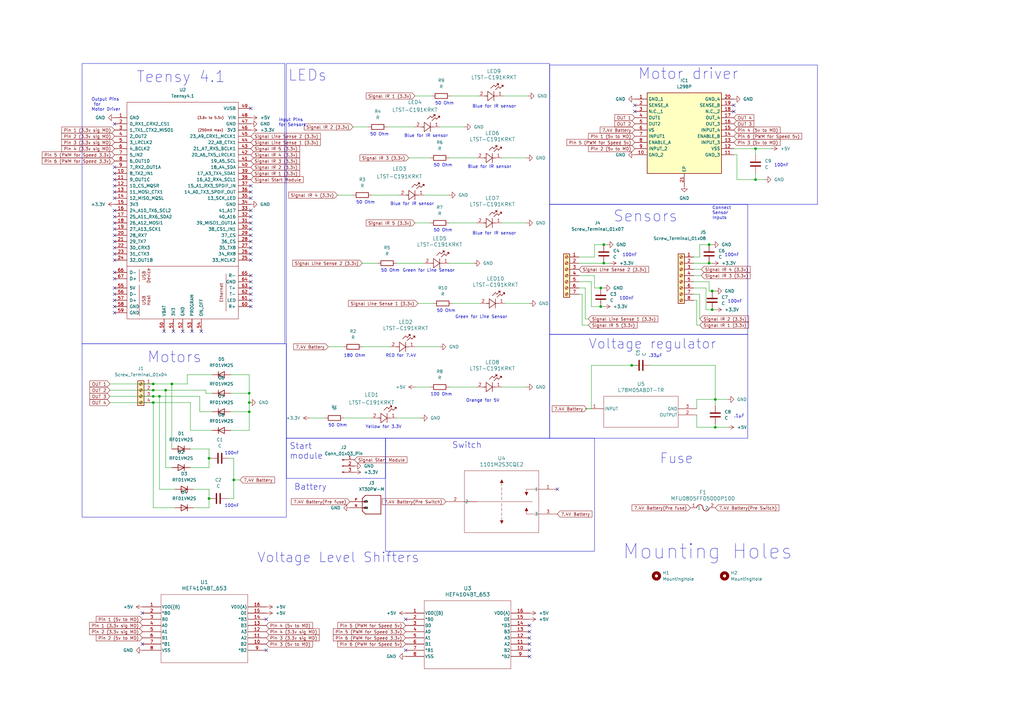
<source format=kicad_sch>
(kicad_sch (version 20230121) (generator eeschema)
  (paper "A3")
  (junction (at 62.865 165.1))
  (junction (at 293.37 163.83))
  (junction (at 102.235 165.1))
  (junction (at 290.83 107.95))
  (junction (at 95.885 196.85))
  (junction (at 247.65 107.95))
  (junction (at 309.88 60.96))
  (junction (at 85.725 204.47))
  (junction (at 102.235 161.29))
  (junction (at 246.38 118.11))
  (junction (at 62.865 162.56))
  (junction (at 65.405 162.56))
  (junction (at 246.38 125.73))
  (junction (at 102.235 168.91))
  (junction (at 293.37 175.26))
  (junction (at 290.83 100.33))
  (junction (at 62.865 157.48))
  (junction (at 309.88 73.66))
  (junction (at 259.08 149.86))
  (junction (at 70.485 157.48))
  (junction (at 247.65 100.33))
  (junction (at 85.725 187.96))
  (junction (at 292.1 119.38))
  (junction (at 62.865 160.02))
  (junction (at 67.945 160.02))
  (junction (at 292.1 127))
  (no_connect (at 102.87 120.65))
  (no_connect (at 102.87 76.2))
  (no_connect (at 46.99 93.98))
  (no_connect (at 102.87 44.45))
  (no_connect (at 46.99 99.06))
  (no_connect (at 102.87 93.98))
  (no_connect (at 228.6 200.66))
  (no_connect (at 46.99 123.19))
  (no_connect (at 102.87 115.57))
  (no_connect (at 102.87 123.19))
  (no_connect (at 71.12 135.89))
  (no_connect (at 46.99 106.68))
  (no_connect (at 102.87 88.9))
  (no_connect (at 46.99 104.14))
  (no_connect (at 46.99 125.73))
  (no_connect (at 102.87 81.28))
  (no_connect (at 102.87 125.73))
  (no_connect (at 46.99 96.52))
  (no_connect (at 166.37 254))
  (no_connect (at 166.37 266.7))
  (no_connect (at 46.99 76.2))
  (no_connect (at 102.87 113.03))
  (no_connect (at 78.74 135.89))
  (no_connect (at 102.87 96.52))
  (no_connect (at 46.99 111.76))
  (no_connect (at 46.99 101.6))
  (no_connect (at 102.87 99.06))
  (no_connect (at 74.93 135.89))
  (no_connect (at 46.99 78.74))
  (no_connect (at 300.99 45.72))
  (no_connect (at 46.99 68.58))
  (no_connect (at 102.87 104.14))
  (no_connect (at 46.99 50.8))
  (no_connect (at 46.99 81.28))
  (no_connect (at 102.87 78.74))
  (no_connect (at 217.17 266.7))
  (no_connect (at 260.35 43.18))
  (no_connect (at 46.99 120.65))
  (no_connect (at 109.22 266.7))
  (no_connect (at 58.42 251.46))
  (no_connect (at 46.99 118.11))
  (no_connect (at 102.87 101.6))
  (no_connect (at 109.22 254))
  (no_connect (at 300.99 43.18))
  (no_connect (at 102.87 91.44))
  (no_connect (at 102.87 106.68))
  (no_connect (at 82.55 135.89))
  (no_connect (at 102.87 86.36))
  (no_connect (at 46.99 88.9))
  (no_connect (at 46.99 86.36))
  (no_connect (at 217.17 256.54))
  (no_connect (at 46.99 73.66))
  (no_connect (at 217.17 264.16))
  (no_connect (at 217.17 269.24))
  (no_connect (at 102.87 118.11))
  (no_connect (at 260.35 45.72))
  (no_connect (at 46.99 91.44))
  (no_connect (at 58.42 264.16))
  (no_connect (at 46.99 128.27))
  (no_connect (at 217.17 261.62))
  (no_connect (at 67.31 135.89))
  (no_connect (at 46.99 71.12))
  (no_connect (at 217.17 259.08))
  (no_connect (at 46.99 114.3))
  (wire (pts (xy 45.085 165.1) (xy 62.865 165.1)))
  (wire (pts (xy 247.65 100.33) (xy 243.84 100.33)))
  (wire (pts (xy 184.15 158.75) (xy 195.58 158.75)))
  (wire (pts (xy 205.74 64.77) (xy 215.9 64.77)))
  (wire (pts (xy 78.105 165.1) (xy 78.105 176.53)))
  (wire (pts (xy 62.865 208.28) (xy 62.865 165.1)))
  (wire (pts (xy 290.83 119.38) (xy 290.83 115.57)))
  (wire (pts (xy 259.08 149.86) (xy 242.57 149.86)))
  (wire (pts (xy 71.755 200.66) (xy 65.405 200.66)))
  (wire (pts (xy 293.37 175.26) (xy 285.75 175.26)))
  (wire (pts (xy 170.18 158.75) (xy 176.53 158.75)))
  (wire (pts (xy 284.48 113.03) (xy 287.655 113.03)))
  (wire (pts (xy 62.865 165.1) (xy 78.105 165.1)))
  (wire (pts (xy 289.56 127) (xy 292.1 127)))
  (wire (pts (xy 162.56 107.95) (xy 173.99 107.95)))
  (wire (pts (xy 302.26 73.66) (xy 302.26 63.5)))
  (wire (pts (xy 76.835 153.67) (xy 86.995 153.67)))
  (wire (pts (xy 287.02 100.33) (xy 290.83 100.33)))
  (wire (pts (xy 313.69 73.66) (xy 309.88 73.66)))
  (wire (pts (xy 287.02 105.41) (xy 284.48 105.41)))
  (wire (pts (xy 158.75 52.07) (xy 170.18 52.07)))
  (wire (pts (xy 84.455 161.29) (xy 86.995 161.29)))
  (wire (pts (xy 285.75 175.26) (xy 285.75 170.18)))
  (wire (pts (xy 247.65 125.73) (xy 246.38 125.73)))
  (wire (pts (xy 62.865 160.02) (xy 67.945 160.02)))
  (wire (pts (xy 246.38 125.73) (xy 242.57 125.73)))
  (wire (pts (xy 266.7 149.86) (xy 293.37 149.86)))
  (wire (pts (xy 171.45 124.46) (xy 177.8 124.46)))
  (wire (pts (xy 167.64 64.77) (xy 176.53 64.77)))
  (wire (pts (xy 242.57 125.73) (xy 242.57 115.57)))
  (wire (pts (xy 94.615 161.29) (xy 102.235 161.29)))
  (wire (pts (xy 285.75 133.35) (xy 287.02 133.35)))
  (wire (pts (xy 289.56 127) (xy 289.56 118.11)))
  (wire (pts (xy 102.235 161.29) (xy 102.235 165.1)))
  (wire (pts (xy 173.99 80.01) (xy 184.15 80.01)))
  (wire (pts (xy 284.48 110.49) (xy 287.655 110.49)))
  (wire (pts (xy 290.83 107.95) (xy 292.1 107.95)))
  (wire (pts (xy 134.62 142.24) (xy 140.97 142.24)))
  (wire (pts (xy 45.085 162.56) (xy 62.865 162.56)))
  (wire (pts (xy 207.01 124.46) (xy 217.17 124.46)))
  (wire (pts (xy 144.78 52.07) (xy 151.13 52.07)))
  (wire (pts (xy 240.03 130.81) (xy 240.03 118.11)))
  (wire (pts (xy 246.38 118.11) (xy 243.84 118.11)))
  (wire (pts (xy 79.375 208.28) (xy 85.725 208.28)))
  (wire (pts (xy 152.4 80.01) (xy 163.83 80.01)))
  (wire (pts (xy 247.65 107.95) (xy 237.49 107.95)))
  (wire (pts (xy 85.725 184.15) (xy 85.725 187.96)))
  (wire (pts (xy 78.105 184.15) (xy 85.725 184.15)))
  (wire (pts (xy 78.105 191.77) (xy 85.725 191.77)))
  (wire (pts (xy 285.75 133.35) (xy 285.75 123.19)))
  (wire (pts (xy 95.885 196.85) (xy 95.885 204.47)))
  (wire (pts (xy 309.88 73.66) (xy 302.26 73.66)))
  (wire (pts (xy 243.84 118.11) (xy 243.84 113.03)))
  (wire (pts (xy 94.615 153.67) (xy 102.235 153.67)))
  (wire (pts (xy 290.83 119.38) (xy 292.1 119.38)))
  (wire (pts (xy 170.18 91.44) (xy 176.53 91.44)))
  (wire (pts (xy 70.485 191.77) (xy 67.945 191.77)))
  (wire (pts (xy 67.945 160.02) (xy 84.455 160.02)))
  (wire (pts (xy 292.1 119.38) (xy 293.37 119.38)))
  (wire (pts (xy 93.345 204.47) (xy 95.885 204.47)))
  (wire (pts (xy 261.62 149.86) (xy 259.08 149.86)))
  (wire (pts (xy 184.15 64.77) (xy 195.58 64.77)))
  (wire (pts (xy 243.84 113.03) (xy 237.49 113.03)))
  (wire (pts (xy 62.865 157.48) (xy 70.485 157.48)))
  (wire (pts (xy 298.45 163.83) (xy 293.37 163.83)))
  (wire (pts (xy 243.84 100.33) (xy 243.84 105.41)))
  (wire (pts (xy 62.865 162.56) (xy 65.405 162.56)))
  (wire (pts (xy 138.43 80.01) (xy 144.78 80.01)))
  (wire (pts (xy 102.235 153.67) (xy 102.235 161.29)))
  (wire (pts (xy 290.83 115.57) (xy 284.48 115.57)))
  (wire (pts (xy 148.59 142.24) (xy 160.02 142.24)))
  (wire (pts (xy 170.18 142.24) (xy 180.34 142.24)))
  (wire (pts (xy 242.57 149.86) (xy 242.57 167.64)))
  (wire (pts (xy 140.97 171.45) (xy 152.4 171.45)))
  (wire (pts (xy 289.56 118.11) (xy 284.48 118.11)))
  (wire (pts (xy 148.59 107.95) (xy 154.94 107.95)))
  (wire (pts (xy 316.23 60.96) (xy 309.88 60.96)))
  (wire (pts (xy 85.725 208.28) (xy 85.725 204.47)))
  (wire (pts (xy 293.37 163.83) (xy 293.37 166.37)))
  (wire (pts (xy 302.26 63.5) (xy 300.99 63.5)))
  (wire (pts (xy 241.3 130.81) (xy 240.03 130.81)))
  (wire (pts (xy 248.92 100.33) (xy 247.65 100.33)))
  (wire (pts (xy 309.88 60.96) (xy 300.99 60.96)))
  (wire (pts (xy 65.405 162.56) (xy 81.915 162.56)))
  (wire (pts (xy 162.56 171.45) (xy 172.72 171.45)))
  (wire (pts (xy 285.75 163.83) (xy 285.75 167.64)))
  (wire (pts (xy 86.36 187.96) (xy 85.725 187.96)))
  (wire (pts (xy 184.785 39.37) (xy 196.215 39.37)))
  (wire (pts (xy 71.755 208.28) (xy 62.865 208.28)))
  (wire (pts (xy 287.02 120.65) (xy 284.48 120.65)))
  (wire (pts (xy 242.57 115.57) (xy 237.49 115.57)))
  (wire (pts (xy 78.105 176.53) (xy 86.995 176.53)))
  (wire (pts (xy 287.02 130.81) (xy 287.02 120.65)))
  (wire (pts (xy 94.615 168.91) (xy 102.235 168.91)))
  (wire (pts (xy 95.885 196.85) (xy 98.425 196.85)))
  (wire (pts (xy 242.57 167.64) (xy 240.03 167.64)))
  (wire (pts (xy 293.37 149.86) (xy 293.37 163.83)))
  (wire (pts (xy 185.42 124.46) (xy 196.85 124.46)))
  (wire (pts (xy 81.915 162.56) (xy 81.915 168.91)))
  (wire (pts (xy 247.65 118.11) (xy 246.38 118.11)))
  (wire (pts (xy 205.74 158.75) (xy 215.9 158.75)))
  (wire (pts (xy 285.75 123.19) (xy 284.48 123.19)))
  (wire (pts (xy 206.375 39.37) (xy 216.535 39.37)))
  (wire (pts (xy 94.615 176.53) (xy 102.235 176.53)))
  (wire (pts (xy 240.03 118.11) (xy 237.49 118.11)))
  (wire (pts (xy 84.455 160.02) (xy 84.455 161.29)))
  (wire (pts (xy 170.18 39.37) (xy 177.165 39.37)))
  (wire (pts (xy 184.15 107.95) (xy 194.31 107.95)))
  (wire (pts (xy 309.88 60.96) (xy 309.88 63.5)))
  (wire (pts (xy 241.3 133.35) (xy 238.76 133.35)))
  (wire (pts (xy 93.98 187.96) (xy 95.885 187.96)))
  (wire (pts (xy 45.085 160.02) (xy 62.865 160.02)))
  (wire (pts (xy 287.02 100.33) (xy 287.02 105.41)))
  (wire (pts (xy 205.74 91.44) (xy 215.9 91.44)))
  (wire (pts (xy 309.88 71.12) (xy 309.88 73.66)))
  (wire (pts (xy 70.485 157.48) (xy 76.835 157.48)))
  (wire (pts (xy 290.83 100.33) (xy 292.1 100.33)))
  (wire (pts (xy 184.15 91.44) (xy 195.58 91.44)))
  (wire (pts (xy 293.37 163.83) (xy 285.75 163.83)))
  (wire (pts (xy 284.48 107.95) (xy 290.83 107.95)))
  (wire (pts (xy 67.945 191.77) (xy 67.945 160.02)))
  (wire (pts (xy 180.34 52.07) (xy 190.5 52.07)))
  (wire (pts (xy 45.085 157.48) (xy 62.865 157.48)))
  (wire (pts (xy 250.19 107.95) (xy 247.65 107.95)))
  (wire (pts (xy 238.76 133.35) (xy 238.76 120.65)))
  (wire (pts (xy 70.485 157.48) (xy 70.485 184.15)))
  (wire (pts (xy 76.835 157.48) (xy 76.835 153.67)))
  (wire (pts (xy 81.915 168.91) (xy 86.995 168.91)))
  (wire (pts (xy 95.885 187.96) (xy 95.885 196.85)))
  (wire (pts (xy 292.1 127) (xy 293.37 127)))
  (wire (pts (xy 238.76 120.65) (xy 237.49 120.65)))
  (wire (pts (xy 102.235 176.53) (xy 102.235 168.91)))
  (wire (pts (xy 298.45 175.26) (xy 293.37 175.26)))
  (wire (pts (xy 127 171.45) (xy 133.35 171.45)))
  (wire (pts (xy 85.725 191.77) (xy 85.725 187.96)))
  (wire (pts (xy 79.375 200.66) (xy 85.725 200.66)))
  (wire (pts (xy 293.37 173.99) (xy 293.37 175.26)))
  (wire (pts (xy 65.405 200.66) (xy 65.405 162.56)))
  (wire (pts (xy 243.84 105.41) (xy 237.49 105.41)))
  (wire (pts (xy 85.725 200.66) (xy 85.725 204.47)))
  (wire (pts (xy 102.235 168.91) (xy 102.235 165.1)))
  (rectangle (start 225.425 26.67) (end 335.28 83.82))
  (rectangle (start 117.475 26.035) (end 225.425 179.705))
  (rectangle (start 225.425 83.82) (end 306.705 137.16))
  (rectangle (start 33.655 140.97) (end 117.475 212.09))
  (rectangle (start 33.655 26.035) (end 116.84 140.97))
  (rectangle (start 117.475 179.705) (end 158.115 196.215))
  (rectangle (start 158.115 179.705) (end 243.84 226.06))
  (rectangle (start 225.425 137.16) (end 306.705 179.705))
  (text "Voltage regulator" (at 241.3 143.51 0) (effects (font (size 4 4)) (justify left bottom)))
  (text "Blue for IR sensor" (at 165.735 56.515 0) (effects (font (size 1.27 1.27)) (justify left bottom)))
  (text "Start\nmodule" (at 118.745 188.595 0) (effects (font (size 2.5 2.5)) (justify left bottom)))
  (text "Mounting Holes" (at 255.27 229.87 0) (effects (font (size 6 6)) (justify left bottom)))
  (text "100nF" (at 92.075 186.69 0) (effects (font (size 1.27 1.27)) (justify left bottom)))
  (text "50 Ohm" (at 177.8 95.25 0) (effects (font (size 1.27 1.27)) (justify left bottom)))
  (text "Blue for IR sensor" (at 160.02 84.455 0) (effects (font (size 1.27 1.27)) (justify left bottom)))
  (text "Connect \nSensor \nInputs" (at 292.1 90.17 0) (effects (font (size 1.27 1.27)) (justify left bottom)))
  (text "100nF" (at 255.27 105.41 0) (effects (font (size 1.27 1.27)) (justify left bottom)))
  (text "Input Pins \nfor Sensors" (at 114.3 52.07 0) (effects (font (size 1.27 1.27)) (justify left bottom)))
  (text "Fuse" (at 270.51 190.5 0) (effects (font (size 4 4)) (justify left bottom)))
  (text "50 Ohm" (at 156.21 111.76 0) (effects (font (size 1.27 1.27)) (justify left bottom)))
  (text "Green for Line Sensor" (at 165.1 111.76 0) (effects (font (size 1.27 1.27)) (justify left bottom)))
  (text "100nF" (at 297.18 105.41 0) (effects (font (size 1.27 1.27)) (justify left bottom)))
  (text "LEDs" (at 118.11 33.655 0) (effects (font (size 4.5 4.5)) (justify left bottom)))
  (text "100 Ohm" (at 176.53 162.56 0) (effects (font (size 1.27 1.27)) (justify left bottom)))
  (text "Yellow for 3.3V" (at 149.86 175.895 0) (effects (font (size 1.27 1.27)) (justify left bottom)))
  (text "Motors" (at 60.325 149.225 0) (effects (font (size 4.5 4.5)) (justify left bottom)))
  (text "Teensy 4.1" (at 55.88 34.29 0) (effects (font (size 4.5 4.5)) (justify left bottom)))
  (text "Motor driver" (at 261.62 33.02 0) (effects (font (size 4.5 4.5)) (justify left bottom)))
  (text "100nF" (at 317.5 68.58 0) (effects (font (size 1.27 1.27)) (justify left bottom)))
  (text "Voltage Level Shifters" (at 105.41 231.14 0) (effects (font (size 4 4)) (justify left bottom)))
  (text "Green for Line Sensor" (at 186.69 130.81 0) (effects (font (size 1.27 1.27)) (justify left bottom)))
  (text "Battery" (at 120.65 201.295 0) (effects (font (size 2.5 2.5)) (justify left bottom)))
  (text "Blue for IR sensor" (at 191.77 69.215 0) (effects (font (size 1.27 1.27)) (justify left bottom)))
  (text ".1µF" (at 300.99 171.45 0) (effects (font (size 1.27 1.27)) (justify left bottom)))
  (text "180 Ohm" (at 140.97 146.685 0) (effects (font (size 1.27 1.27)) (justify left bottom)))
  (text "50 Ohm" (at 134.62 175.26 0) (effects (font (size 1.27 1.27)) (justify left bottom)))
  (text "Output Pins\n for \nMotor Driver" (at 37.465 45.72 0) (effects (font (size 1.27 1.27)) (justify left bottom)))
  (text "100nF" (at 254 123.19 0) (effects (font (size 1.27 1.27)) (justify left bottom)))
  (text "Blue for IR sensor" (at 193.675 96.52 0) (effects (font (size 1.27 1.27)) (justify left bottom)))
  (text "50 Ohm" (at 151.765 55.88 0) (effects (font (size 1.27 1.27)) (justify left bottom)))
  (text "100nF" (at 92.075 208.28 0) (effects (font (size 1.27 1.27)) (justify left bottom)))
  (text "50 Ohm" (at 179.07 128.27 0) (effects (font (size 1.27 1.27)) (justify left bottom)))
  (text "50 Ohm" (at 177.8 68.58 0) (effects (font (size 1.27 1.27)) (justify left bottom)))
  (text "Sensors" (at 251.46 91.44 0) (effects (font (size 4.5 4.5)) (justify left bottom)))
  (text "RED for 7.4V" (at 158.115 146.685 0) (effects (font (size 1.27 1.27)) (justify left bottom)))
  (text "Switch" (at 185.42 184.15 0) (effects (font (size 2.5 2.5)) (justify left bottom)))
  (text "Orange for 5V" (at 191.135 165.1 0) (effects (font (size 1.27 1.27)) (justify left bottom)))
  (text "50 Ohm" (at 146.05 83.82 0) (effects (font (size 1.27 1.27)) (justify left bottom)))
  (text "Blue for IR sensor" (at 193.675 44.45 0) (effects (font (size 1.27 1.27)) (justify left bottom)))
  (text "50 Ohm" (at 178.435 43.18 0) (effects (font (size 1.27 1.27)) (justify left bottom)))
  (text ".33µF" (at 266.065 146.685 0) (effects (font (size 1.27 1.27)) (justify left bottom)))
  (text "100nF" (at 298.45 124.46 0) (effects (font (size 1.27 1.27)) (justify left bottom)))
  (global_label "Signal IR 4 (3.3v)" (shape input) (at 138.43 80.01 180) (property "Intersheetrefs" "${INTERSHEET_REFS}" (effects hide)))
  (global_label "Pin 3 (5v to MD)" (shape input) (at 300.99 58.42 0) (property "Intersheetrefs" "${INTERSHEET_REFS}" (effects hide)))
  (global_label "Signal IR 2 (3.3v)" (shape input) (at 144.78 52.07 180) (property "Intersheetrefs" "${INTERSHEET_REFS}" (effects hide)))
  (global_label "Signal IR 5 (3.3v)" (shape input) (at 241.3 133.35 0) (property "Intersheetrefs" "${INTERSHEET_REFS}" (effects hide)))
  (global_label "OUT 3" (shape input) (at 45.085 162.56 180) (property "Intersheetrefs" "${INTERSHEET_REFS}" (effects hide)))
  (global_label "Signal Line Sense 2 (3.3v)" (shape input) (at 102.87 55.88 0) (property "Intersheetrefs" "${INTERSHEET_REFS}" (effects hide)))
  (global_label "Pin 6 (PWM for Speed 3.3v)" (shape input) (at 166.37 261.62 180) (property "Intersheetrefs" "${INTERSHEET_REFS}" (effects hide)))
  (global_label "Pin 4 (5v to MD)" (shape input) (at 300.99 53.34 0) (property "Intersheetrefs" "${INTERSHEET_REFS}" (effects hide)))
  (global_label "OUT 4" (shape input) (at 45.085 165.1 180) (property "Intersheetrefs" "${INTERSHEET_REFS}" (effects hide)))
  (global_label "7.4V Battery" (shape input) (at 260.35 53.34 180) (property "Intersheetrefs" "${INTERSHEET_REFS}" (effects hide)))
  (global_label "OUT 1" (shape input) (at 260.35 48.26 180) (property "Intersheetrefs" "${INTERSHEET_REFS}" (effects hide)))
  (global_label "Pin 3 (3.3v sig MD)" (shape input) (at 46.99 58.42 180) (property "Intersheetrefs" "${INTERSHEET_REFS}" (effects hide)))
  (global_label "Signal IR 1 (3.3v)" (shape input) (at 102.87 71.12 0) (property "Intersheetrefs" "${INTERSHEET_REFS}" (effects hide)))
  (global_label "7.4V Battery" (shape input) (at 134.62 142.24 180) (property "Intersheetrefs" "${INTERSHEET_REFS}" (effects hide)))
  (global_label "Pin 4 (3.3v sig MD)" (shape input) (at 109.22 259.08 0) (property "Intersheetrefs" "${INTERSHEET_REFS}" (effects hide)))
  (global_label "7.4V Battery(Pre fuse)" (shape input) (at 143.51 205.74 180) (property "Intersheetrefs" "${INTERSHEET_REFS}" (effects hide)))
  (global_label "Signal Start Module" (shape input) (at 145.415 188.595 0) (property "Intersheetrefs" "${INTERSHEET_REFS}" (effects hide)))
  (global_label "7.4V Battery(Pre Switch)" (shape input) (at 182.88 205.74 180) (property "Intersheetrefs" "${INTERSHEET_REFS}" (effects hide)))
  (global_label "Pin 2 (5v to MD)" (shape input) (at 58.42 261.62 180) (property "Intersheetrefs" "${INTERSHEET_REFS}" (effects hide)))
  (global_label "Signal Line Sense 1 (3.3v)" (shape input) (at 171.45 124.46 180) (property "Intersheetrefs" "${INTERSHEET_REFS}" (effects hide)))
  (global_label "7.4V Battery" (shape input) (at 228.6 210.82 0) (property "Intersheetrefs" "${INTERSHEET_REFS}" (effects hide)))
  (global_label "Pin 1 (5v to MD)" (shape input) (at 260.35 55.88 180) (property "Intersheetrefs" "${INTERSHEET_REFS}" (effects hide)))
  (global_label "Pin 4 (5v to MD)" (shape input) (at 109.22 256.54 0) (property "Intersheetrefs" "${INTERSHEET_REFS}" (effects hide)))
  (global_label "Pin 5 (PWM for Speed 3.3v)" (shape input) (at 46.99 63.5 180) (property "Intersheetrefs" "${INTERSHEET_REFS}" (effects hide)))
  (global_label "Signal IR 5 (3.3v)" (shape input) (at 102.87 60.96 0) (property "Intersheetrefs" "${INTERSHEET_REFS}" (effects hide)))
  (global_label "Pin 2 (3.3v sig MD)" (shape input) (at 58.42 259.08 180) (property "Intersheetrefs" "${INTERSHEET_REFS}" (effects hide)))
  (global_label "Pin 2 (3.3v sig MD)" (shape input) (at 46.99 55.88 180) (property "Intersheetrefs" "${INTERSHEET_REFS}" (effects hide)))
  (global_label "Pin 5 (PWM for Speed 5v)" (shape input) (at 166.37 256.54 180) (property "Intersheetrefs" "${INTERSHEET_REFS}" (effects hide)))
  (global_label "Signal Line Sense 2 (3.3v)" (shape input) (at 148.59 107.95 180) (property "Intersheetrefs" "${INTERSHEET_REFS}" (effects hide)))
  (global_label "7.4V Battery" (shape input) (at 240.665 167.64 180) (property "Intersheetrefs" "${INTERSHEET_REFS}" (effects hide)))
  (global_label "7.4V Battery(Pre Switch)" (shape input) (at 293.37 208.28 0) (property "Intersheetrefs" "${INTERSHEET_REFS}" (effects hide)))
  (global_label "Signal IR 5 (3.3v)" (shape input) (at 170.18 91.44 180) (property "Intersheetrefs" "${INTERSHEET_REFS}" (effects hide)))
  (global_label "Pin 3 (5v to MD)" (shape input) (at 109.22 264.16 0) (property "Intersheetrefs" "${INTERSHEET_REFS}" (effects hide)))
  (global_label "Signal Line Sense 1 (3.3v)" (shape input) (at 241.3 130.81 0) (property "Intersheetrefs" "${INTERSHEET_REFS}" (effects hide)))
  (global_label "Signal IR 3 (3.3v)" (shape input) (at 102.87 66.04 0) (property "Intersheetrefs" "${INTERSHEET_REFS}" (effects hide)))
  (global_label "Signal IR 3 (3.3v)" (shape input) (at 287.655 113.03 0) (property "Intersheetrefs" "${INTERSHEET_REFS}" (effects hide)))
  (global_label "Pin 6 (PWM for Speed 5v)" (shape input) (at 300.99 55.88 0) (property "Intersheetrefs" "${INTERSHEET_REFS}" (effects hide)))
  (global_label "7.4V Battery" (shape input) (at 98.425 196.85 0) (property "Intersheetrefs" "${INTERSHEET_REFS}" (effects hide)))
  (global_label "Signal IR 4 (3.3v)" (shape input) (at 102.87 63.5 0) (property "Intersheetrefs" "${INTERSHEET_REFS}" (effects hide)))
  (global_label "OUT 3" (shape input) (at 300.99 50.8 0) (property "Intersheetrefs" "${INTERSHEET_REFS}" (effects hide)))
  (global_label "Signal Line Sense 2 (3.3v)" (shape input) (at 237.49 110.49 0) (property "Intersheetrefs" "${INTERSHEET_REFS}" (effects hide)))
  (global_label "Pin 1 (3.3v sig MD)" (shape input) (at 58.42 256.54 180) (property "Intersheetrefs" "${INTERSHEET_REFS}" (effects hide)))
  (global_label "Pin 6 (PWM for Speed 3.3v)" (shape input) (at 46.99 66.04 180) (property "Intersheetrefs" "${INTERSHEET_REFS}" (effects hide)))
  (global_label "Signal Start Module" (shape input) (at 102.87 73.66 0) (property "Intersheetrefs" "${INTERSHEET_REFS}" (effects hide)))
  (global_label "Signal IR 3 (3.3v)" (shape input) (at 167.64 64.77 180) (property "Intersheetrefs" "${INTERSHEET_REFS}" (effects hide)))
  (global_label "OUT 2" (shape input) (at 260.35 50.8 180) (property "Intersheetrefs" "${INTERSHEET_REFS}" (effects hide)))
  (global_label "Pin 4 (3.3v sig MD)" (shape input) (at 46.99 60.96 180) (property "Intersheetrefs" "${INTERSHEET_REFS}" (effects hide)))
  (global_label "Pin 6 (PWM for Speed 5v)" (shape input) (at 166.37 264.16 180) (property "Intersheetrefs" "${INTERSHEET_REFS}" (effects hide)))
  (global_label "7.4V Battery(Pre fuse)" (shape input) (at 283.21 208.28 180) (property "Intersheetrefs" "${INTERSHEET_REFS}" (effects hide)))
  (global_label "OUT 1" (shape input) (at 45.085 157.48 180) (property "Intersheetrefs" "${INTERSHEET_REFS}" (effects hide)))
  (global_label "Signal Line Sense 1 (3.3v)" (shape input) (at 102.87 58.42 0) (property "Intersheetrefs" "${INTERSHEET_REFS}" (effects hide)))
  (global_label "Signal IR 2 (3.3v)" (shape input) (at 287.02 130.81 0) (property "Intersheetrefs" "${INTERSHEET_REFS}" (effects hide)))
  (global_label "Signal IR 1 (3.3v)" (shape input) (at 287.02 133.35 0) (property "Intersheetrefs" "${INTERSHEET_REFS}" (effects hide)))
  (global_label "Pin 1 (5v to MD)" (shape input) (at 58.42 254 180) (property "Intersheetrefs" "${INTERSHEET_REFS}" (effects hide)))
  (global_label "Pin 5 (PWM for Speed 5v)" (shape input) (at 260.35 58.42 180) (property "Intersheetrefs" "${INTERSHEET_REFS}" (effects hide)))
  (global_label "OUT 4" (shape input) (at 300.99 48.26 0) (property "Intersheetrefs" "${INTERSHEET_REFS}" (effects hide)))
  (global_label "Signal IR 4 (3.3v)" (shape input) (at 287.655 110.49 0) (property "Intersheetrefs" "${INTERSHEET_REFS}" (effects hide)))
  (global_label "Pin 1 (3.3v sig MD)" (shape input) (at 46.99 53.34 180) (property "Intersheetrefs" "${INTERSHEET_REFS}" (effects hide)))
  (global_label "Pin 2 (5v to MD)" (shape input) (at 260.35 60.96 180) (property "Intersheetrefs" "${INTERSHEET_REFS}" (effects hide)))
  (global_label "Pin 3 (3.3v sig MD)" (shape input) (at 109.22 261.62 0) (property "Intersheetrefs" "${INTERSHEET_REFS}" (effects hide)))
  (global_label "Pin 5 (PWM for Speed 3.3v)" (shape input) (at 166.37 259.08 180) (property "Intersheetrefs" "${INTERSHEET_REFS}" (effects hide)))
  (global_label "Signal IR 1 (3.3v)" (shape input) (at 170.18 39.37 180) (property "Intersheetrefs" "${INTERSHEET_REFS}" (effects hide)))
  (global_label "OUT 2" (shape input) (at 45.085 160.02 180) (property "Intersheetrefs" "${INTERSHEET_REFS}" (effects hide)))
  (global_label "Signal IR 2 (3.3v)" (shape input) (at 102.87 68.58 0) (property "Intersheetrefs" "${INTERSHEET_REFS}" (effects hide)))
  (symbol (lib_id "power:+3.3V") (at 145.415 193.675 270) (unit 1)
    (property "Reference" "#PWR011" (effects hide))
    (property "Value" "+3.3V" (at 149.225 193.675 90) (effects (justify left)))
  )
  (symbol (lib_id "LED--:LTST-C191KRKT") (at 195.58 158.75 0) (unit 1)
    (property "Reference" "LED8" (at 201.93 148.59 0) (effects (font (size 1.524 1.524))))
    (property "Value" "LTST-C191KRKT" (at 201.93 151.13 0) (effects (font (size 1.524 1.524))))
    (property "Footprint" "Wasabi(Footprints):LED_LTST-C191KRKT_LTO(footprint)" (effects hide))
    (property "Datasheet" "LTST-C191KRKT" (effects hide))
  )
  (symbol (lib_id "power:+3.3V") (at 292.1 107.95 270) (unit 1)
    (property "Reference" "#PWR034" (effects hide))
    (property "Value" "+3.3V" (at 295.91 107.95 90) (effects (justify left)))
  )
  (symbol (lib_id "Device:C") (at 290.83 104.14 0) (unit 1)
    (property "Reference" "C6" (at 294.64 102.87 0) (effects (justify left)))
    (property "Value" "C" (at 294.64 105.41 0) (effects (justify left)))
    (property "Footprint" "Capacitor_SMD:C_0402_1005Metric_Pad0.74x0.62mm_HandSolder" (effects hide))
  )
  (symbol (lib_id "power:GND") (at 280.67 76.2 0) (unit 1)
    (property "Reference" "#PWR046" (effects hide))
    (property "Value" "GND" (at 280.67 81.28 0))
  )
  (symbol (lib_id "LED--:LTST-C191KRKT") (at 170.18 52.07 0) (unit 1)
    (property "Reference" "LED4" (at 170.18 41.91 0) (effects (font (size 1.524 1.524))))
    (property "Value" "LTST-C191KRKT" (at 170.18 45.085 0) (effects (font (size 1.524 1.524))))
    (property "Footprint" "Wasabi(Footprints):LED_LTST-C191KRKT_LTO(footprint)" (effects hide))
    (property "Datasheet" "LTST-C191KRKT" (effects hide))
  )
  (symbol (lib_id "power:GND") (at 313.69 73.66 90) (unit 1)
    (property "Reference" "#PWR040" (effects hide))
    (property "Value" "GND" (at 317.5 73.66 90) (effects (justify right)))
  )
  (symbol (lib_id "power:GND") (at 58.42 266.7 270) (unit 1)
    (property "Reference" "#PWR03" (effects hide))
    (property "Value" "GND" (at 54.61 266.7 90) (effects (justify right)))
  )
  (symbol (lib_id "LED--:LTST-C191KRKT") (at 196.85 124.46 0) (unit 1)
    (property "Reference" "LED10" (at 203.2 114.3 0) (effects (font (size 1.524 1.524))))
    (property "Value" "LTST-C191KRKT" (at 203.2 116.84 0) (effects (font (size 1.524 1.524))))
    (property "Footprint" "Wasabi(Footprints):LED_LTST-C191KRKT_LTO(footprint)" (effects hide))
    (property "Datasheet" "LTST-C191KRKT" (effects hide))
  )
  (symbol (lib_id "power:GND") (at 260.35 63.5 270) (unit 1)
    (property "Reference" "#PWR032" (effects hide))
    (property "Value" "GND" (at 256.54 63.5 90) (effects (justify right)))
  )
  (symbol (lib_id "L78M05ABDT-TR:L78M05ABDT-TR") (at 240.03 167.64 0) (unit 1)
    (property "Reference" "U5" (at 262.89 157.48 0) (effects (font (size 1.524 1.524))))
    (property "Value" "L78M05ABDT-TR" (at 262.89 160.02 0) (effects (font (size 1.524 1.524))))
    (property "Footprint" "Wasabi(Footprints):L78M05ABDT-TR(footprint)" (effects hide))
    (property "Datasheet" "L78M05ABDT-TR" (effects hide))
  )
  (symbol (lib_id "teensy:Teensy4.1") (at 74.93 102.87 0) (unit 1)
    (property "Reference" "U2" (at 74.93 36.83 0))
    (property "Value" "Teensy4.1" (at 74.93 39.37 0))
    (property "Footprint" "Wasabi(Footprints):Teensy41 (footprint NEW)" (effects hide))
  )
  (symbol (lib_id "power:GND") (at 215.9 91.44 90) (unit 1)
    (property "Reference" "#PWR021" (effects hide))
    (property "Value" "GND" (at 219.71 91.44 90) (effects (justify right)))
  )
  (symbol (lib_id "Mechanical:MountingHole") (at 269.24 236.22 0) (unit 1)
    (property "Reference" "H1" (at 271.78 234.95 0) (effects (justify left)))
    (property "Value" "MountingHole" (at 271.78 237.49 0) (effects (justify left)))
    (property "Footprint" "MountingHole:MountingHole_2.2mm_M2_DIN965" (effects hide))
  )
  (symbol (lib_id "Diode:RF01VM2S") (at 90.805 176.53 0) (unit 1)
    (property "Reference" "D8" (at 90.805 170.18 0))
    (property "Value" "RF01VM2S" (at 90.805 172.72 0))
    (property "Footprint" "Diode_SMD:D_SOD-123F" (effects hide))
    (property "Datasheet" "https://fscdn.rohm.com/en/products/databook/datasheet/discrete/diode/fast_recovery/rf01vm2s.pdf" (effects hide))
    (property "Sim.Device" "D" (effects hide))
    (property "Sim.Pins" "1=K 2=A" (effects hide))
  )
  (symbol (lib_id "Connector:Screw_Terminal_01x08") (at 279.4 113.03 0) (mirror y) (unit 1)
    (property "Reference" "J5" (at 289.56 95.25 0) (effects (justify left)))
    (property "Value" "Screw_Terminal_01x08" (at 289.56 97.79 0) (effects (justify left)))
    (property "Footprint" "Wasabi(Footprints):8pinScrewTerminal(footprint)" (effects hide))
  )
  (symbol (lib_id "Device:R") (at 180.975 39.37 270) (unit 1)
    (property "Reference" "R9" (at 180.975 33.02 90))
    (property "Value" "R" (at 180.975 35.56 90))
    (property "Footprint" "Resistor_SMD:R_0603_1608Metric_Pad0.98x0.95mm_HandSolder" (effects hide))
  )
  (symbol (lib_id "Diode:RF01VM2S") (at 90.805 168.91 0) (unit 1)
    (property "Reference" "D7" (at 90.805 162.56 0))
    (property "Value" "RF01VM2S" (at 90.805 165.1 0))
    (property "Footprint" "Diode_SMD:D_SOD-123F" (effects hide))
    (property "Datasheet" "https://fscdn.rohm.com/en/products/databook/datasheet/discrete/diode/fast_recovery/rf01vm2s.pdf" (effects hide))
    (property "Sim.Device" "D" (effects hide))
    (property "Sim.Pins" "1=K 2=A" (effects hide))
  )
  (symbol (lib_id "Device:R") (at 158.75 107.95 270) (unit 1)
    (property "Reference" "R5" (at 158.75 101.6 90))
    (property "Value" "R" (at 158.75 104.14 90))
    (property "Footprint" "Resistor_SMD:R_0603_1608Metric_Pad0.98x0.95mm_HandSolder" (effects hide))
  )
  (symbol (lib_id "power:+3.3V") (at 46.99 83.82 90) (unit 1)
    (property "Reference" "#PWR042" (effects hide))
    (property "Value" "+3.3V" (at 43.18 83.82 90) (effects (justify left)))
  )
  (symbol (lib_id "Device:R") (at 180.34 158.75 270) (unit 1)
    (property "Reference" "R8" (at 180.34 152.4 90))
    (property "Value" "R" (at 180.34 154.94 90))
    (property "Footprint" "Resistor_SMD:R_0805_2012Metric_Pad1.20x1.40mm_HandSolder" (effects hide))
  )
  (symbol (lib_id "power:GND") (at 102.87 83.82 90) (unit 1)
    (property "Reference" "#PWR043" (effects hide))
    (property "Value" "GND" (at 106.68 83.82 90) (effects (justify right)))
  )
  (symbol (lib_id "Device:C") (at 89.535 204.47 90) (unit 1)
    (property "Reference" "C2" (at 89.535 196.85 90))
    (property "Value" "C" (at 89.535 199.39 90))
    (property "Footprint" "Capacitor_SMD:C_0402_1005Metric_Pad0.74x0.62mm_HandSolder" (effects hide))
  )
  (symbol (lib_id "Diode:RF01VM2S") (at 74.295 191.77 0) (mirror y) (unit 1)
    (property "Reference" "D2" (at 74.295 185.42 0))
    (property "Value" "RF01VM2S" (at 74.295 187.96 0))
    (property "Footprint" "Diode_SMD:D_SOD-123F" (effects hide))
    (property "Datasheet" "https://fscdn.rohm.com/en/products/databook/datasheet/discrete/diode/fast_recovery/rf01vm2s.pdf" (effects hide))
    (property "Sim.Device" "D" (effects hide))
    (property "Sim.Pins" "1=K 2=A" (effects hide))
  )
  (symbol (lib_id "power:+5V") (at 217.17 254 270) (unit 1)
    (property "Reference" "#PWR026" (effects hide))
    (property "Value" "+5V" (at 220.98 254 90) (effects (justify left)))
  )
  (symbol (lib_id "Device:C") (at 90.17 187.96 90) (unit 1)
    (property "Reference" "C1" (at 90.17 180.34 90))
    (property "Value" "C" (at 90.17 182.88 90))
    (property "Footprint" "Capacitor_SMD:C_0402_1005Metric_Pad0.74x0.62mm_HandSolder" (effects hide))
  )
  (symbol (lib_id "power:+5V") (at 166.37 251.46 90) (unit 1)
    (property "Reference" "#PWR012" (effects hide))
    (property "Value" "+5V" (at 162.56 251.46 90) (effects (justify left)))
  )
  (symbol (lib_id "Device:C") (at 247.65 104.14 0) (unit 1)
    (property "Reference" "C4" (at 251.46 102.87 0) (effects (justify left)))
    (property "Value" "C" (at 251.46 105.41 0) (effects (justify left)))
    (property "Footprint" "Capacitor_SMD:C_0402_1005Metric_Pad0.74x0.62mm_HandSolder" (effects hide))
  )
  (symbol (lib_id "Diode:RF01VM2S") (at 90.805 161.29 0) (unit 1)
    (property "Reference" "D6" (at 90.805 154.94 0))
    (property "Value" "RF01VM2S" (at 90.805 157.48 0))
    (property "Footprint" "Diode_SMD:D_SOD-123F" (effects hide))
    (property "Datasheet" "https://fscdn.rohm.com/en/products/databook/datasheet/discrete/diode/fast_recovery/rf01vm2s.pdf" (effects hide))
    (property "Sim.Device" "D" (effects hide))
    (property "Sim.Pins" "1=K 2=A" (effects hide))
  )
  (symbol (lib_id "power:+3.3V") (at 127 171.45 90) (unit 1)
    (property "Reference" "#PWR08" (effects hide))
    (property "Value" "+3.3V" (at 123.19 171.45 90) (effects (justify left)))
  )
  (symbol (lib_id "power:+5V") (at 170.18 158.75 90) (unit 1)
    (property "Reference" "#PWR014" (effects hide))
    (property "Value" "+5V" (at 166.37 158.75 90) (effects (justify left)))
  )
  (symbol (lib_id "Device:C") (at 309.88 67.31 180) (unit 1)
    (property "Reference" "C9" (at 313.69 66.04 0) (effects (justify right)))
    (property "Value" "C" (at 313.69 68.58 0) (effects (justify right)))
    (property "Footprint" "Capacitor_SMD:C_0402_1005Metric_Pad0.74x0.62mm_HandSolder" (effects hide))
  )
  (symbol (lib_id "power:GND") (at 145.415 191.135 90) (unit 1)
    (property "Reference" "#PWR010" (effects hide))
    (property "Value" "GND" (at 149.225 191.135 90) (effects (justify right)))
  )
  (symbol (lib_id "power:+3.3V") (at 102.87 53.34 270) (unit 1)
    (property "Reference" "#PWR05" (effects hide))
    (property "Value" "+3.3V" (at 106.68 53.34 90) (effects (justify left)))
  )
  (symbol (lib_id "power:GND") (at 143.51 208.28 270) (unit 1)
    (property "Reference" "#PWR09" (effects hide))
    (property "Value" "GND" (at 139.7 208.28 90) (effects (justify right)))
  )
  (symbol (lib_id "XT30PW-M:XT30PW-M") (at 148.59 205.74 0) (mirror y) (unit 1)
    (property "Reference" "J3" (at 152.4 198.12 0))
    (property "Value" "XT30PW-M" (at 152.4 200.66 0))
    (property "Footprint" "Wasabi(Footprints):AMASS_XT30PW-M(footprint)" (effects hide))
    (property "MF" "AMASS" (effects hide))
    (property "MAXIMUM_PACKAGE_HEIGHT" "5 mm" (effects hide))
    (property "Package" "None" (effects hide))
    (property "Price" "None" (effects hide))
    (property "Check_prices" "https://www.snapeda.com/parts/XT30PW-M/AMASS/view-part/?ref=eda" (effects hide))
    (property "STANDARD" "Manufacturer Recommendations" (effects hide))
    (property "PARTREV" "1.2" (effects hide))
    (property "SnapEDA_Link" "https://www.snapeda.com/parts/XT30PW-M/AMASS/view-part/?ref=snap" (effects hide))
    (property "MP" "XT30PW-M" (effects hide))
    (property "Description" "\nSocket; DC supply; XT30; male; PIN: 2; on PCBs; THT; Colour: yellow\n" (effects hide))
    (property "MANUFACTURER" "Amass" (effects hide))
    (property "Availability" "Not in stock" (effects hide))
    (property "SNAPEDA_PN" "XT30PW-M" (effects hide))
  )
  (symbol (lib_id "power:GND") (at 46.99 48.26 270) (unit 1)
    (property "Reference" "#PWR01" (effects hide))
    (property "Value" "GND" (at 43.18 48.26 90) (effects (justify right)))
  )
  (symbol (lib_id "LED--:LTST-C191KRKT") (at 195.58 91.44 0) (unit 1)
    (property "Reference" "LED7" (at 201.93 81.28 0) (effects (font (size 1.524 1.524))))
    (property "Value" "LTST-C191KRKT" (at 201.93 83.82 0) (effects (font (size 1.524 1.524))))
    (property "Footprint" "Wasabi(Footprints):LED_LTST-C191KRKT_LTO(footprint)" (effects hide))
    (property "Datasheet" "LTST-C191KRKT" (effects hide))
  )
  (symbol (lib_id "Connector:Screw_Terminal_01x07") (at 232.41 113.03 0) (mirror y) (unit 1)
    (property "Reference" "J4" (at 245.11 91.44 0))
    (property "Value" "Screw_Terminal_01x07" (at 245.11 93.98 0))
    (property "Footprint" "Wasabi(Footprints):7pinScrewTerminal(footprint)" (effects hide))
  )
  (symbol (lib_id "power:GND") (at 172.72 171.45 90) (unit 1)
    (property "Reference" "#PWR015" (effects hide))
    (property "Value" "GND" (at 176.53 171.45 90) (effects (justify right)))
  )
  (symbol (lib_id "Connector:Screw_Terminal_01x04") (at 57.785 160.02 0) (mirror y) (unit 1)
    (property "Reference" "J1" (at 57.785 151.13 0))
    (property "Value" "Screw_Terminal_01x04" (at 57.785 153.67 0))
    (property "Footprint" "Wasabi(Footprints):4pinScrewTerminal(footprint)" (effects hide))
  )
  (symbol (lib_id "Switch(1101M2S3CQE2):1101M2S3CQE2") (at 182.88 205.74 0) (unit 1)
    (property "Reference" "U4" (at 205.74 187.96 0) (effects (font (size 1.524 1.524))))
    (property "Value" "1101M2S3CQE2" (at 205.74 190.5 0) (effects (font (size 1.524 1.524))))
    (property "Footprint" "Wasabi(Footprints):Switch1101M2S3CQE2(footprint)" (effects hide))
    (property "Datasheet" "1101M2S3CQE2" (effects hide))
  )
  (symbol (lib_id "LED--:LTST-C191KRKT") (at 195.58 64.77 0) (unit 1)
    (property "Reference" "LED6" (at 201.93 54.61 0) (effects (font (size 1.524 1.524))))
    (property "Value" "LTST-C191KRKT" (at 201.93 57.15 0) (effects (font (size 1.524 1.524))))
    (property "Footprint" "Wasabi(Footprints):LED_LTST-C191KRKT_LTO(footprint)" (effects hide))
    (property "Datasheet" "LTST-C191KRKT" (effects hide))
  )
  (symbol (lib_id "Connector:Conn_01x03_Pin") (at 140.335 191.135 0) (unit 1)
    (property "Reference" "J2" (at 140.97 183.515 0))
    (property "Value" "Conn_01x03_Pin" (at 140.97 186.055 0))
    (property "Footprint" "Connector:FanPinHeader_1x03_P2.54mm_Vertical" (effects hide))
  )
  (symbol (lib_id "power:GND") (at 292.1 100.33 90) (unit 1)
    (property "Reference" "#PWR033" (effects hide))
    (property "Value" "GND" (at 295.91 100.33 90) (effects (justify right)))
  )
  (symbol (lib_id "Device:C") (at 262.89 149.86 90) (unit 1)
    (property "Reference" "C5" (at 261.62 146.05 0) (effects (justify left)))
    (property "Value" "C" (at 264.16 146.05 0) (effects (justify left)))
    (property "Footprint" "Capacitor_SMD:C_0603_1608Metric_Pad1.08x0.95mm_HandSolder" (effects hide))
  )
  (symbol (lib_id "LED--:LTST-C191KRKT") (at 196.215 39.37 0) (unit 1)
    (property "Reference" "LED9" (at 202.565 29.21 0) (effects (font (size 1.524 1.524))))
    (property "Value" "LTST-C191KRKT" (at 202.565 31.75 0) (effects (font (size 1.524 1.524))))
    (property "Footprint" "Wasabi(Footprints):LED_LTST-C191KRKT_LTO(footprint)" (effects hide))
    (property "Datasheet" "LTST-C191KRKT" (effects hide))
  )
  (symbol (lib_id "power:+5V") (at 102.87 48.26 270) (mirror x) (unit 1)
    (property "Reference" "#PWR045" (effects hide))
    (property "Value" "+5V" (at 106.68 48.26 90) (effects (justify left)))
  )
  (symbol (lib_id "power:GND") (at 102.235 165.1 90) (unit 1)
    (property "Reference" "#PWR04" (effects hide))
    (property "Value" "GND" (at 106.045 165.1 90) (effects (justify right)))
  )
  (symbol (lib_id "power:GND") (at 216.535 39.37 90) (unit 1)
    (property "Reference" "#PWR023" (effects hide))
    (property "Value" "GND" (at 220.345 39.37 90) (effects (justify right)))
  )
  (symbol (lib_id "power:GND") (at 180.34 142.24 90) (unit 1)
    (property "Reference" "#PWR016" (effects hide))
    (property "Value" "GND" (at 184.15 142.24 90) (effects (justify right)))
  )
  (symbol (lib_id "Level Shifter (HEF4104B):HEF4104BT_653") (at 166.37 251.46 0) (unit 1)
    (property "Reference" "U3" (at 191.77 241.3 0) (effects (font (size 1.524 1.524))))
    (property "Value" "HEF4104BT_653" (at 191.77 243.84 0) (effects (font (size 1.524 1.524))))
    (property "Footprint" "Wasabi(Footprints):HEF4104BT,653(footprint)" (effects hide))
    (property "Datasheet" "HEF4104BT_653" (effects hide))
  )
  (symbol (lib_id "power:GND") (at 298.45 163.83 90) (unit 1)
    (property "Reference" "#PWR037" (effects hide))
    (property "Value" "GND" (at 302.26 163.83 90) (effects (justify right)))
  )
  (symbol (lib_id "power:GND") (at 215.9 158.75 90) (unit 1)
    (property "Reference" "#PWR022" (effects hide))
    (property "Value" "GND" (at 219.71 158.75 90) (effects (justify right)))
  )
  (symbol (lib_id "Device:R") (at 181.61 124.46 270) (unit 1)
    (property "Reference" "R10" (at 181.61 118.11 90))
    (property "Value" "R" (at 181.61 120.65 90))
    (property "Footprint" "Resistor_SMD:R_0603_1608Metric_Pad0.98x0.95mm_HandSolder" (effects hide))
  )
  (symbol (lib_id "Device:R") (at 137.16 171.45 270) (unit 1)
    (property "Reference" "R1" (at 137.16 167.005 90))
    (property "Value" "R" (at 137.16 167.64 90))
    (property "Footprint" "Resistor_SMD:R_0603_1608Metric_Pad0.98x0.95mm_HandSolder" (effects hide))
  )
  (symbol (lib_id "Device:R") (at 148.59 80.01 270) (unit 1)
    (property "Reference" "R3" (at 148.59 73.66 90))
    (property "Value" "R" (at 148.59 76.2 90))
    (property "Footprint" "Resistor_SMD:R_0603_1608Metric_Pad0.98x0.95mm_HandSolder" (effects hide))
  )
  (symbol (lib_id "L298P:L298P") (at 260.35 40.64 0) (unit 1)
    (property "Reference" "IC1" (at 280.67 33.02 0))
    (property "Value" "L298P" (at 280.67 35.56 0))
    (property "Footprint" "Wasabi(Footprints):L298p(footprint)" (effects hide))
    (property "Datasheet" "https://datasheet.datasheetarchive.com/originals/distributors/Datasheets-32/DSA-634400.pdf" (effects hide))
    (property "Height" "3.6" (effects hide))
    (property "Mouser Part Number" "511-L298P" (effects hide))
    (property "Mouser Price/Stock" "https://www.mouser.co.uk/ProductDetail/STMicroelectronics/L298P?qs=lDh9v96ogBZNJERYYNX11w%3D%3D" (effects hide))
    (property "Manufacturer_Name" "STMicroelectronics" (effects hide))
    (property "Manufacturer_Part_Number" "L298P" (effects hide))
  )
  (symbol (lib_id "power:GND") (at 217.17 124.46 90) (unit 1)
    (property "Reference" "#PWR024" (effects hide))
    (property "Value" "GND" (at 220.98 124.46 90) (effects (justify right)))
  )
  (symbol (lib_id "power:+5V") (at 217.17 251.46 270) (unit 1)
    (property "Reference" "#PWR025" (effects hide))
    (property "Value" "+5V" (at 220.98 251.46 90) (effects (justify left)))
  )
  (symbol (lib_id "Device:C") (at 246.38 121.92 0) (unit 1)
    (property "Reference" "C3" (at 250.19 120.65 0) (effects (justify left)))
    (property "Value" "C" (at 250.19 123.19 0) (effects (justify left)))
    (property "Footprint" "Capacitor_SMD:C_0402_1005Metric_Pad0.74x0.62mm_HandSolder" (effects hide))
  )
  (symbol (lib_id "LED--:LTST-C191KRKT") (at 152.4 171.45 0) (unit 1)
    (property "Reference" "LED1" (at 152.4 161.925 0) (effects (font (size 1.524 1.524))))
    (property "Value" "LTST-C191KRKT" (at 152.4 165.1 0) (effects (font (size 1.524 1.524))))
    (property "Footprint" "Wasabi(Footprints):LED_LTST-C191KRKT_LTO(footprint)" (effects hide))
    (property "Datasheet" "LTST-C191KRKT" (effects hide))
  )
  (symbol (lib_id "Mechanical:MountingHole") (at 297.18 236.22 0) (unit 1)
    (property "Reference" "H2" (at 299.72 234.95 0) (effects (justify left)))
    (property "Value" "MountingHole" (at 299.72 237.49 0) (effects (justify left)))
    (property "Footprint" "MountingHole:MountingHole_2.2mm_M2_DIN965" (effects hide))
  )
  (symbol (lib_id "power:GND") (at 247.65 118.11 90) (unit 1)
    (property "Reference" "#PWR027" (effects hide))
    (property "Value" "GND" (at 251.46 118.11 90) (effects (justify right)))
  )
  (symbol (lib_id "power:GND") (at 194.31 107.95 90) (unit 1)
    (property "Reference" "#PWR019" (effects hide))
    (property "Value" "GND" (at 198.12 107.95 90) (effects (justify right)))
  )
  (symbol (lib_id "power:+3.3V") (at 293.37 127 270) (unit 1)
    (property "Reference" "#PWR036" (effects hide))
    (property "Value" "+3.3V" (at 297.18 127 90) (effects (justify left)))
  )
  (symbol (lib_id "Diode:RF01VM2S") (at 75.565 208.28 0) (mirror y) (unit 1)
    (property "Reference" "D4" (at 75.565 201.93 0))
    (property "Value" "RF01VM2S" (at 75.565 204.47 0))
    (property "Footprint" "Diode_SMD:D_SOD-123F" (effects hide))
    (property "Datasheet" "https://fscdn.rohm.com/en/products/databook/datasheet/discrete/diode/fast_recovery/rf01vm2s.pdf" (effects hide))
    (property "Sim.Device" "D" (effects hide))
    (property "Sim.Pins" "1=K 2=A" (effects hide))
  )
  (symbol (lib_id "power:GND") (at 300.99 40.64 90) (unit 1)
    (property "Reference" "#PWR039" (effects hide))
    (property "Value" "GND" (at 304.8 40.64 90) (effects (justify right)))
  )
  (symbol (lib_id "power:+3.3V") (at 250.19 107.95 270) (unit 1)
    (property "Reference" "#PWR030" (effects hide))
    (property "Value" "+3.3V" (at 254 107.95 90) (effects (justify left)))
  )
  (symbol (lib_id "power:GND") (at 293.37 119.38 90) (unit 1)
    (property "Reference" "#PWR035" (effects hide))
    (property "Value" "GND" (at 297.18 119.38 90) (effects (justify right)))
  )
  (symbol (lib_id "power:GND") (at 102.87 50.8 90) (unit 1)
    (property "Reference" "#PWR044" (effects hide))
    (property "Value" "GND" (at 106.68 50.8 90) (effects (justify right)))
  )
  (symbol (lib_id "Level Shifter (HEF4104B):HEF4104BT_653") (at 58.42 248.92 0) (unit 1)
    (property "Reference" "U1" (at 83.82 238.76 0) (effects (font (size 1.524 1.524))))
    (property "Value" "HEF4104BT_653" (at 83.82 241.3 0) (effects (font (size 1.524 1.524))))
    (property "Footprint" "Wasabi(Footprints):HEF4104BT,653(footprint)" (effects hide))
    (property "Datasheet" "HEF4104BT_653" (effects hide))
  )
  (symbol (lib_id "Diode:RF01VM2S") (at 90.805 153.67 0) (unit 1)
    (property "Reference" "D5" (at 90.805 147.32 0))
    (property "Value" "RF01VM2S" (at 90.805 149.86 0))
    (property "Footprint" "Diode_SMD:D_SOD-123F" (effects hide))
    (property "Datasheet" "https://fscdn.rohm.com/en/products/databook/datasheet/discrete/diode/fast_recovery/rf01vm2s.pdf" (effects hide))
    (property "Sim.Device" "D" (effects hide))
    (property "Sim.Pins" "1=K 2=A" (effects hide))
  )
  (symbol (lib_id "power:+5V") (at 109.22 248.92 270) (unit 1)
    (property "Reference" "#PWR06" (effects hide))
    (property "Value" "+5V" (at 113.03 248.92 90) (effects (justify left)))
  )
  (symbol (lib_id "Diode:RF01VM2S") (at 75.565 200.66 0) (mirror y) (unit 1)
    (property "Reference" "D3" (at 75.565 194.31 0))
    (property "Value" "RF01VM2S" (at 75.565 196.85 0))
    (property "Footprint" "Diode_SMD:D_SOD-123F" (effects hide))
    (property "Datasheet" "https://fscdn.rohm.com/en/products/databook/datasheet/discrete/diode/fast_recovery/rf01vm2s.pdf" (effects hide))
    (property "Sim.Device" "D" (effects hide))
    (property "Sim.Pins" "1=K 2=A" (effects hide))
  )
  (symbol (lib_id "Device:R") (at 180.34 91.44 270) (unit 1)
    (property "Reference" "R7" (at 180.34 85.09 90))
    (property "Value" "R" (at 180.34 87.63 90))
    (property "Footprint" "Resistor_SMD:R_0603_1608Metric_Pad0.98x0.95mm_HandSolder" (effects hide))
  )
  (symbol (lib_id "power:GND") (at 190.5 52.07 90) (unit 1)
    (property "Reference" "#PWR018" (effects hide))
    (property "Value" "GND" (at 194.31 52.07 90) (effects (justify right)))
  )
  (symbol (lib_id "power:+3.3V") (at 247.65 125.73 270) (unit 1)
    (property "Reference" "#PWR028" (effects hide))
    (property "Value" "+3.3V" (at 251.46 125.73 90) (effects (justify left)))
  )
  (symbol (lib_id "power:GND") (at 248.92 100.33 90) (unit 1)
    (property "Reference" "#PWR029" (effects hide))
    (property "Value" "GND" (at 252.73 100.33 90) (effects (justify right)))
  )
  (symbol (lib_id "power:+5V") (at 316.23 60.96 270) (mirror x) (unit 1)
    (property "Reference" "#PWR041" (effects hide))
    (property "Value" "+5V" (at 320.04 60.96 90) (effects (justify left)))
  )
  (symbol (lib_id "power:+5V") (at 58.42 248.92 90) (unit 1)
    (property "Reference" "#PWR02" (effects hide))
    (property "Value" "+5V" (at 54.61 248.92 90) (effects (justify left)))
  )
  (symbol (lib_id "Device:C") (at 292.1 123.19 0) (unit 1)
    (property "Reference" "C7" (at 295.91 121.92 0) (effects (justify left)))
    (property "Value" "C" (at 295.91 124.46 0) (effects (justify left)))
    (property "Footprint" "Capacitor_SMD:C_0402_1005Metric_Pad0.74x0.62mm_HandSolder" (effects hide))
  )
  (symbol (lib_id "LED--:LTST-C191KRKT") (at 173.99 107.95 0) (unit 1)
    (property "Reference" "LED5" (at 180.34 97.79 0) (effects (font (size 1.524 1.524))))
    (property "Value" "LTST-C191KRKT" (at 180.34 100.33 0) (effects (font (size 1.524 1.524))))
    (property "Footprint" "Wasabi(Footprints):LED_LTST-C191KRKT_LTO(footprint)" (effects hide))
    (property "Datasheet" "LTST-C191KRKT" (effects hide))
  )
  (symbol (lib_id "Fuse(MFU0805FF05000P100):MFU0805FF05000P100") (at 283.21 208.28 0) (unit 1)
    (property "Reference" "F1" (at 288.29 201.93 0) (effects (font (size 1.524 1.524))))
    (property "Value" "MFU0805FF05000P100" (at 288.29 204.47 0) (effects (font (size 1.524 1.524))))
    (property "Footprint" "Wasabi(Footprints):MFU08055.00TR-ND(footprint)" (effects hide))
    (property "Datasheet" "MFU0805FF05000P100" (effects hide))
  )
  (symbol (lib_id "LED--:LTST-C191KRKT") (at 163.83 80.01 0) (unit 1)
    (property "Reference" "LED3" (at 163.83 69.215 0) (effects (font (size 1.524 1.524))))
    (property "Value" "LTST-C191KRKT" (at 163.83 72.39 0) (effects (font (size 1.524 1.524))))
    (property "Footprint" "Wasabi(Footprints):LED_LTST-C191KRKT_LTO(footprint)" (effects hide))
    (property "Datasheet" "LTST-C191KRKT" (effects hide))
  )
  (symbol (lib_id "LED--:LTST-C191KRKT") (at 160.02 142.24 0) (unit 1)
    (property "Reference" "LED2" (at 166.37 132.08 0) (effects (font (size 1.524 1.524))))
    (property "Value" "LTST-C191KRKT" (at 166.37 134.62 0) (effects (font (size 1.524 1.524))))
    (property "Footprint" "Wasabi(Footprints):LED_LTST-C191KRKT_LTO(footprint)" (effects hide))
    (property "Datasheet" "LTST-C191KRKT" (effects hide))
  )
  (symbol (lib_id "power:GND") (at 184.15 80.01 90) (unit 1)
    (property "Reference" "#PWR017" (effects hide))
    (property "Value" "GND" (at 187.96 80.01 90) (effects (justify right)))
  )
  (symbol (lib_id "power:GND") (at 215.9 64.77 90) (unit 1)
    (property "Reference" "#PWR020" (effects hide))
    (property "Value" "GND" (at 219.71 64.77 90) (effects (justify right)))
  )
  (symbol (lib_id "power:GND") (at 260.35 40.64 270) (unit 1)
    (property "Reference" "#PWR031" (effects hide))
    (property "Value" "GND" (at 256.54 40.64 90) (effects (justify right)))
  )
  (symbol (lib_id "power:+5V") (at 109.22 251.46 270) (unit 1)
    (property "Reference" "#PWR07" (effects hide))
    (property "Value" "+5V" (at 113.03 251.46 90) (effects (justify left)))
  )
  (symbol (lib_id "Device:C") (at 293.37 170.18 0) (unit 1)
    (property "Reference" "C8" (at 297.18 168.91 0) (effects (justify left)))
    (property "Value" "C" (at 297.18 171.45 0) (effects (justify left)))
    (property "Footprint" "Capacitor_SMD:C_0402_1005Metric_Pad0.74x0.62mm_HandSolder" (effects hide))
  )
  (symbol (lib_id "Device:R") (at 154.94 52.07 270) (unit 1)
    (property "Reference" "R4" (at 154.94 45.72 90))
    (property "Value" "R" (at 154.94 48.26 90))
    (property "Footprint" "Resistor_SMD:R_0603_1608Metric_Pad0.98x0.95mm_HandSolder" (effects hide))
  )
  (symbol (lib_id "Device:R") (at 180.34 64.77 270) (unit 1)
    (property "Reference" "R6" (at 180.34 58.42 90))
    (property "Value" "R" (at 180.34 60.96 90))
    (property "Footprint" "Resistor_SMD:R_0603_1608Metric_Pad0.98x0.95mm_HandSolder" (effects hide))
  )
  (symbol (lib_id "Device:R") (at 144.78 142.24 270) (unit 1)
    (property "Reference" "R2" (at 144.78 135.89 90))
    (property "Value" "R" (at 144.78 138.43 90))
    (property "Footprint" "Resistor_SMD:R_1206_3216Metric_Pad1.30x1.75mm_HandSolder" (effects hide))
  )
  (symbol (lib_id "power:GND") (at 166.37 269.24 270) (unit 1)
    (property "Reference" "#PWR013" (effects hide))
    (property "Value" "GND" (at 162.56 269.24 90) (effects (justify right)))
  )
  (symbol (lib_id "power:+5V") (at 298.45 175.26 270) (unit 1)
    (property "Reference" "#PWR038" (effects hide))
    (property "Value" "+5V" (at 302.26 175.26 90) (effects (justify left)))
  )
  (symbol (lib_id "Diode:RF01VM2S") (at 74.295 184.15 0) (mirror y) (unit 1)
    (property "Reference" "D1" (at 74.295 177.8 0))
    (property "Value" "RF01VM2S" (at 74.295 180.34 0))
    (property "Footprint" "Diode_SMD:D_SOD-123F" (effects hide))
    (property "Datasheet" "https://fscdn.rohm.com/en/products/databook/datasheet/discrete/diode/fast_recovery/rf01vm2s.pdf" (effects hide))
    (property "Sim.Device" "D" (effects hide))
    (property "Sim.Pins" "1=K 2=A" (effects hide))
  )
)
</source>
